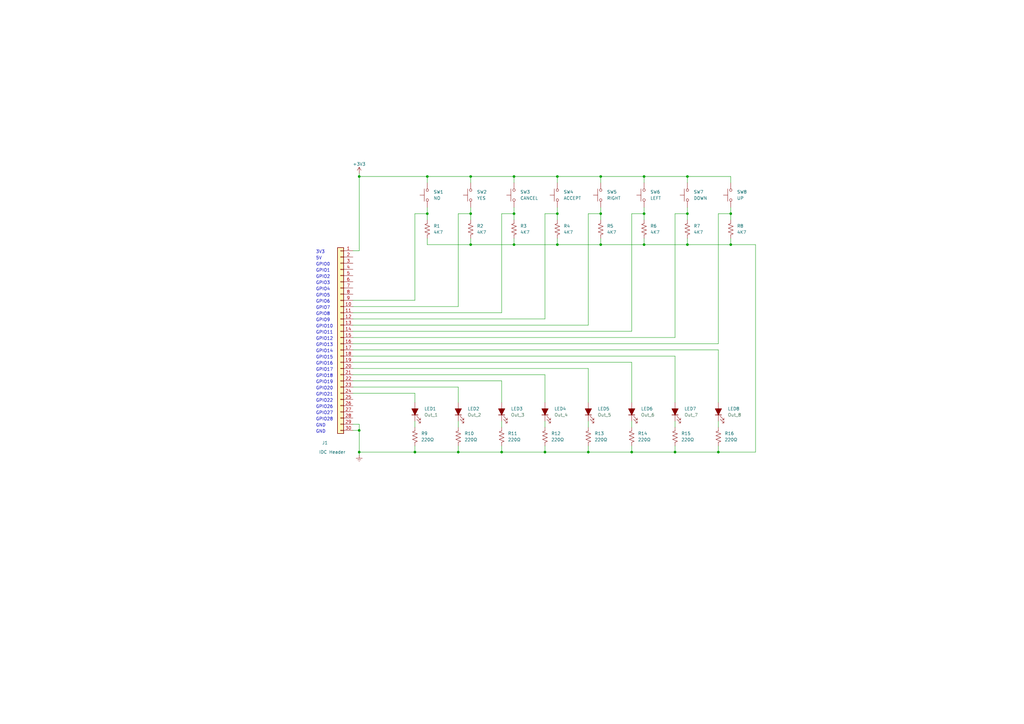
<source format=kicad_sch>
(kicad_sch (version 20230121) (generator eeschema)
  (paper "A3")
  (title_block (title "PicoXpander -Pico Simple Input/Output Board"))
  (lib_symbols
    (symbol "Connector_Generic:Conn_01x30" (pin_names (offset 1.016) hide)
      (property "Reference" "J" (at 0 38.1 0))
      (property "Value" "Conn_01x30" (at 0 -40.64 0))
      (symbol "Conn_01x30_1_1"
        (rectangle (start -1.27 -37.973) (end 0 -38.227) (stroke (width 0.1524)))
        (rectangle (start -1.27 -35.433) (end 0 -35.687) (stroke (width 0.1524)))
        (rectangle (start -1.27 -32.893) (end 0 -33.147) (stroke (width 0.1524)))
        (rectangle (start -1.27 -30.353) (end 0 -30.607) (stroke (width 0.1524)))
        (rectangle (start -1.27 -27.813) (end 0 -28.067) (stroke (width 0.1524)))
        (rectangle (start -1.27 -25.273) (end 0 -25.527) (stroke (width 0.1524)))
        (rectangle (start -1.27 -22.733) (end 0 -22.987) (stroke (width 0.1524)))
        (rectangle (start -1.27 -20.193) (end 0 -20.447) (stroke (width 0.1524)))
        (rectangle (start -1.27 -17.653) (end 0 -17.907) (stroke (width 0.1524)))
        (rectangle (start -1.27 -15.113) (end 0 -15.367) (stroke (width 0.1524)))
        (rectangle (start -1.27 -12.573) (end 0 -12.827) (stroke (width 0.1524)))
        (rectangle (start -1.27 -10.033) (end 0 -10.287) (stroke (width 0.1524)))
        (rectangle (start -1.27 -7.493) (end 0 -7.747) (stroke (width 0.1524)))
        (rectangle (start -1.27 -4.953) (end 0 -5.207) (stroke (width 0.1524)))
        (rectangle (start -1.27 -2.413) (end 0 -2.667) (stroke (width 0.1524)))
        (rectangle (start -1.27 0.127) (end 0 -0.127) (stroke (width 0.1524)))
        (rectangle (start -1.27 2.667) (end 0 2.413) (stroke (width 0.1524)))
        (rectangle (start -1.27 5.207) (end 0 4.953) (stroke (width 0.1524)))
        (rectangle (start -1.27 7.747) (end 0 7.493) (stroke (width 0.1524)))
        (rectangle (start -1.27 10.287) (end 0 10.033) (stroke (width 0.1524)))
        (rectangle (start -1.27 12.827) (end 0 12.573) (stroke (width 0.1524)))
        (rectangle (start -1.27 15.367) (end 0 15.113) (stroke (width 0.1524)))
        (rectangle (start -1.27 17.907) (end 0 17.653) (stroke (width 0.1524)))
        (rectangle (start -1.27 20.447) (end 0 20.193) (stroke (width 0.1524)))
        (rectangle (start -1.27 22.987) (end 0 22.733) (stroke (width 0.1524)))
        (rectangle (start -1.27 25.527) (end 0 25.273) (stroke (width 0.1524)))
        (rectangle (start -1.27 28.067) (end 0 27.813) (stroke (width 0.1524)))
        (rectangle (start -1.27 30.607) (end 0 30.353) (stroke (width 0.1524)))
        (rectangle (start -1.27 33.147) (end 0 32.893) (stroke (width 0.1524)))
        (rectangle (start -1.27 35.687) (end 0 35.433) (stroke (width 0.1524)))
        (rectangle (start -1.27 36.83) (end 1.27 -39.37) (stroke (width 0.254)) (fill (type background)))
        (pin passive line (at -5.08 35.56 0) (length 3.81) (name "Pin_1") (number "1"))
        (pin passive line (at -5.08 12.7 0) (length 3.81) (name "Pin_10") (number "10"))
        (pin passive line (at -5.08 10.16 0) (length 3.81) (name "Pin_11") (number "11"))
        (pin passive line (at -5.08 7.62 0) (length 3.81) (name "Pin_12") (number "12"))
        (pin passive line (at -5.08 5.08 0) (length 3.81) (name "Pin_13") (number "13"))
        (pin passive line (at -5.08 2.54 0) (length 3.81) (name "Pin_14") (number "14"))
        (pin passive line (at -5.08 0 0) (length 3.81) (name "Pin_15") (number "15"))
        (pin passive line (at -5.08 -2.54 0) (length 3.81) (name "Pin_16") (number "16"))
        (pin passive line (at -5.08 -5.08 0) (length 3.81) (name "Pin_17") (number "17"))
        (pin passive line (at -5.08 -7.62 0) (length 3.81) (name "Pin_18") (number "18"))
        (pin passive line (at -5.08 -10.16 0) (length 3.81) (name "Pin_19") (number "19"))
        (pin passive line (at -5.08 33.02 0) (length 3.81) (name "Pin_2") (number "2"))
        (pin passive line (at -5.08 -12.7 0) (length 3.81) (name "Pin_20") (number "20"))
        (pin passive line (at -5.08 -15.24 0) (length 3.81) (name "Pin_21") (number "21"))
        (pin passive line (at -5.08 -17.78 0) (length 3.81) (name "Pin_22") (number "22"))
        (pin passive line (at -5.08 -20.32 0) (length 3.81) (name "Pin_23") (number "23"))
        (pin passive line (at -5.08 -22.86 0) (length 3.81) (name "Pin_24") (number "24"))
        (pin passive line (at -5.08 -25.4 0) (length 3.81) (name "Pin_25") (number "25"))
        (pin passive line (at -5.08 -27.94 0) (length 3.81) (name "Pin_26") (number "26"))
        (pin passive line (at -5.08 -30.48 0) (length 3.81) (name "Pin_27") (number "27"))
        (pin passive line (at -5.08 -33.02 0) (length 3.81) (name "Pin_28") (number "28"))
        (pin passive line (at -5.08 -35.56 0) (length 3.81) (name "Pin_29") (number "29"))
        (pin passive line (at -5.08 30.48 0) (length 3.81) (name "Pin_3") (number "3"))
        (pin passive line (at -5.08 -38.1 0) (length 3.81) (name "Pin_30") (number "30"))
        (pin passive line (at -5.08 27.94 0) (length 3.81) (name "Pin_4") (number "4"))
        (pin passive line (at -5.08 25.4 0) (length 3.81) (name "Pin_5") (number "5"))
        (pin passive line (at -5.08 22.86 0) (length 3.81) (name "Pin_6") (number "6"))
        (pin passive line (at -5.08 20.32 0) (length 3.81) (name "Pin_7") (number "7"))
        (pin passive line (at -5.08 17.78 0) (length 3.81) (name "Pin_8") (number "8"))
        (pin passive line (at -5.08 15.24 0) (length 3.81) (name "Pin_9") (number "9"))
      )
    )
    (symbol "Device:LED_Filled" (pin_numbers hide) (pin_names (offset 1.016) hide)
      (property "Reference" "D" (at 0 2.54 0))
      (property "Value" "LED_Filled" (at 0 -2.54 0))
      (symbol "LED_Filled_0_1"
        (polyline (pts (xy -1.27 -1.27) (xy -1.27 1.27)) (stroke (width 0.254)))
        (polyline (pts (xy -1.27 0) (xy 1.27 0)))
        (polyline (pts (xy 1.27 -1.27) (xy 1.27 1.27) (xy -1.27 0) (xy 1.27 -1.27)) (stroke (width 0.254)) (fill (type outline)))
        (polyline (pts (xy -3.048 -0.762) (xy -4.572 -2.286) (xy -3.81 -2.286) (xy -4.572 -2.286) (xy -4.572 -1.524)))
        (polyline (pts (xy -1.778 -0.762) (xy -3.302 -2.286) (xy -2.54 -2.286) (xy -3.302 -2.286) (xy -3.302 -1.524)))
      )
      (symbol "LED_Filled_1_1"
        (pin passive line (at -3.81 0 0) (length 2.54) (name "K") (number "1"))
        (pin passive line (at 3.81 0 180) (length 2.54) (name "A") (number "2"))
      )
    )
    (symbol "Device:R_US" (pin_numbers hide) (pin_names (offset 0))
      (property "Reference" "R" (at 2.54 0 90))
      (property "Value" "R_US" (at -2.54 0 90))
      (symbol "R_US_0_1"
        (polyline (pts (xy 0 -2.286) (xy 0 -2.54)))
        (polyline (pts (xy 0 2.286) (xy 0 2.54)))
        (polyline (pts (xy 0 -0.762) (xy 1.016 -1.143) (xy 0 -1.524) (xy -1.016 -1.905) (xy 0 -2.286)))
        (polyline (pts (xy 0 0.762) (xy 1.016 0.381) (xy 0 0) (xy -1.016 -0.381) (xy 0 -0.762)))
        (polyline (pts (xy 0 2.286) (xy 1.016 1.905) (xy 0 1.524) (xy -1.016 1.143) (xy 0 0.762)))
      )
      (symbol "R_US_1_1"
        (pin passive line (at 0 3.81 270) (length 1.27) (name "~") (number "1"))
        (pin passive line (at 0 -3.81 90) (length 1.27) (name "~") (number "2"))
      )
    )
    (symbol "Switch:SW_Push" (pin_numbers hide) (pin_names (offset 1.016) hide)
      (property "Reference" "SW" (at 1.27 2.54 0))
      (property "Value" "SW_Push" (at 0 -1.524 0))
      (symbol "SW_Push_0_1"
        (circle (center -2.032 0) (radius 0.508))
        (polyline (pts (xy 0 1.27) (xy 0 3.048)))
        (polyline (pts (xy 2.54 1.27) (xy -2.54 1.27)))
        (circle (center 2.032 0) (radius 0.508))
        (pin passive line (at -5.08 0 0) (length 2.54) (name "1") (number "1"))
        (pin passive line (at 5.08 0 180) (length 2.54) (name "2") (number "2"))
      )
    )
    (symbol "power:+3V3" (power) (pin_names (offset 0))
      (property "Value" "+3V3" (at 0 3.556 0))
      (symbol "+3V3_0_1"
        (polyline (pts (xy -0.762 1.27) (xy 0 2.54)))
        (polyline (pts (xy 0 0) (xy 0 2.54)))
        (polyline (pts (xy 0 2.54) (xy 0.762 1.27)))
      )
      (symbol "+3V3_1_1"
        (pin power_in line (at 0 0 90) (length 0) hide (name "+3V3") (number "1"))
      )
    )
    (symbol "power:GNDREF" (power) (pin_names (offset 0))
      (property "Value" "GNDREF" (at 0 -3.81 0))
      (symbol "GNDREF_0_1"
        (polyline (pts (xy -0.635 -1.905) (xy 0.635 -1.905)))
        (polyline (pts (xy -0.127 -2.54) (xy 0.127 -2.54)))
        (polyline (pts (xy 0 -1.27) (xy 0 0)))
        (polyline (pts (xy 1.27 -1.27) (xy -1.27 -1.27)))
      )
      (symbol "GNDREF_1_1"
        (pin power_in line (at 0 0 270) (length 0) hide (name "GNDREF") (number "1"))
      )
    )
  )
  (junction (at 210.82 87.63))
  (junction (at 259.08 185.42))
  (junction (at 147.32 176.53))
  (junction (at 228.6 100.33))
  (junction (at 241.3 185.42))
  (junction (at 264.16 87.63))
  (junction (at 294.64 185.42))
  (junction (at 264.16 72.39))
  (junction (at 246.38 100.33))
  (junction (at 205.74 185.42))
  (junction (at 281.94 87.63))
  (junction (at 246.38 72.39))
  (junction (at 147.32 185.42))
  (junction (at 210.82 100.33))
  (junction (at 175.26 87.63))
  (junction (at 228.6 87.63))
  (junction (at 187.96 185.42))
  (junction (at 299.72 100.33))
  (junction (at 193.04 100.33))
  (junction (at 276.86 185.42))
  (junction (at 264.16 100.33))
  (junction (at 210.82 72.39))
  (junction (at 281.94 72.39))
  (junction (at 223.52 185.42))
  (junction (at 193.04 87.63))
  (junction (at 228.6 72.39))
  (junction (at 193.04 72.39))
  (junction (at 299.72 87.63))
  (junction (at 281.94 100.33))
  (junction (at 147.32 72.39))
  (junction (at 175.26 72.39))
  (junction (at 170.18 185.42))
  (junction (at 246.38 87.63))
  (wire (pts (xy 205.74 182.88) (xy 205.74 185.42)))
  (wire (pts (xy 228.6 100.33) (xy 246.38 100.33)))
  (wire (pts (xy 144.78 102.87) (xy 147.32 102.87)))
  (wire (pts (xy 144.78 151.13) (xy 241.3 151.13)))
  (wire (pts (xy 170.18 185.42) (xy 170.18 182.88)))
  (wire (pts (xy 210.82 97.79) (xy 210.82 100.33)))
  (wire (pts (xy 241.3 87.63) (xy 241.3 133.35)))
  (wire (pts (xy 193.04 72.39) (xy 210.82 72.39)))
  (wire (pts (xy 309.88 100.33) (xy 299.72 100.33)))
  (wire (pts (xy 281.94 72.39) (xy 281.94 74.93)))
  (wire (pts (xy 264.16 85.09) (xy 264.16 87.63)))
  (wire (pts (xy 299.72 87.63) (xy 299.72 90.17)))
  (wire (pts (xy 264.16 100.33) (xy 281.94 100.33)))
  (wire (pts (xy 246.38 97.79) (xy 246.38 100.33)))
  (wire (pts (xy 205.74 185.42) (xy 187.96 185.42)))
  (wire (pts (xy 259.08 182.88) (xy 259.08 185.42)))
  (wire (pts (xy 187.96 185.42) (xy 170.18 185.42)))
  (wire (pts (xy 147.32 185.42) (xy 170.18 185.42)))
  (wire (pts (xy 223.52 87.63) (xy 223.52 130.81)))
  (wire (pts (xy 170.18 172.72) (xy 170.18 175.26)))
  (wire (pts (xy 210.82 72.39) (xy 228.6 72.39)))
  (wire (pts (xy 299.72 72.39) (xy 299.72 74.93)))
  (wire (pts (xy 276.86 146.05) (xy 276.86 165.1)))
  (wire (pts (xy 205.74 185.42) (xy 223.52 185.42)))
  (wire (pts (xy 223.52 153.67) (xy 223.52 165.1)))
  (wire (pts (xy 281.94 100.33) (xy 299.72 100.33)))
  (wire (pts (xy 259.08 172.72) (xy 259.08 175.26)))
  (wire (pts (xy 205.74 87.63) (xy 210.82 87.63)))
  (wire (pts (xy 246.38 72.39) (xy 246.38 74.93)))
  (wire (pts (xy 147.32 72.39) (xy 147.32 102.87)))
  (wire (pts (xy 246.38 87.63) (xy 246.38 90.17)))
  (wire (pts (xy 175.26 72.39) (xy 193.04 72.39)))
  (wire (pts (xy 281.94 97.79) (xy 281.94 100.33)))
  (wire (pts (xy 170.18 87.63) (xy 175.26 87.63)))
  (wire (pts (xy 144.78 161.29) (xy 170.18 161.29)))
  (wire (pts (xy 144.78 128.27) (xy 205.74 128.27)))
  (wire (pts (xy 246.38 100.33) (xy 264.16 100.33)))
  (wire (pts (xy 187.96 87.63) (xy 187.96 125.73)))
  (wire (pts (xy 264.16 72.39) (xy 264.16 74.93)))
  (wire (pts (xy 259.08 185.42) (xy 276.86 185.42)))
  (wire (pts (xy 170.18 161.29) (xy 170.18 165.1)))
  (wire (pts (xy 193.04 100.33) (xy 175.26 100.33)))
  (wire (pts (xy 294.64 87.63) (xy 299.72 87.63)))
  (wire (pts (xy 187.96 182.88) (xy 187.96 185.42)))
  (wire (pts (xy 144.78 130.81) (xy 223.52 130.81)))
  (wire (pts (xy 223.52 87.63) (xy 228.6 87.63)))
  (wire (pts (xy 223.52 182.88) (xy 223.52 185.42)))
  (wire (pts (xy 276.86 172.72) (xy 276.86 175.26)))
  (wire (pts (xy 147.32 185.42) (xy 147.32 186.69)))
  (wire (pts (xy 144.78 153.67) (xy 223.52 153.67)))
  (wire (pts (xy 205.74 156.21) (xy 205.74 165.1)))
  (wire (pts (xy 144.78 123.19) (xy 170.18 123.19)))
  (wire (pts (xy 144.78 146.05) (xy 276.86 146.05)))
  (wire (pts (xy 144.78 133.35) (xy 241.3 133.35)))
  (wire (pts (xy 294.64 143.51) (xy 294.64 165.1)))
  (wire (pts (xy 144.78 148.59) (xy 259.08 148.59)))
  (wire (pts (xy 147.32 176.53) (xy 147.32 185.42)))
  (wire (pts (xy 264.16 72.39) (xy 281.94 72.39)))
  (wire (pts (xy 228.6 85.09) (xy 228.6 87.63)))
  (wire (pts (xy 228.6 87.63) (xy 228.6 90.17)))
  (wire (pts (xy 223.52 185.42) (xy 241.3 185.42)))
  (wire (pts (xy 144.78 125.73) (xy 187.96 125.73)))
  (wire (pts (xy 299.72 85.09) (xy 299.72 87.63)))
  (wire (pts (xy 276.86 87.63) (xy 281.94 87.63)))
  (wire (pts (xy 144.78 158.75) (xy 187.96 158.75)))
  (wire (pts (xy 241.3 151.13) (xy 241.3 165.1)))
  (wire (pts (xy 241.3 87.63) (xy 246.38 87.63)))
  (wire (pts (xy 147.32 173.99) (xy 147.32 176.53)))
  (wire (pts (xy 276.86 87.63) (xy 276.86 138.43)))
  (wire (pts (xy 205.74 87.63) (xy 205.74 128.27)))
  (wire (pts (xy 246.38 72.39) (xy 264.16 72.39)))
  (wire (pts (xy 175.26 85.09) (xy 175.26 87.63)))
  (wire (pts (xy 187.96 87.63) (xy 193.04 87.63)))
  (wire (pts (xy 241.3 172.72) (xy 241.3 175.26)))
  (wire (pts (xy 210.82 100.33) (xy 228.6 100.33)))
  (wire (pts (xy 210.82 85.09) (xy 210.82 87.63)))
  (wire (pts (xy 264.16 87.63) (xy 264.16 90.17)))
  (wire (pts (xy 228.6 97.79) (xy 228.6 100.33)))
  (wire (pts (xy 294.64 185.42) (xy 309.88 185.42)))
  (wire (pts (xy 193.04 97.79) (xy 193.04 100.33)))
  (wire (pts (xy 294.64 87.63) (xy 294.64 140.97)))
  (wire (pts (xy 193.04 87.63) (xy 193.04 90.17)))
  (wire (pts (xy 144.78 156.21) (xy 205.74 156.21)))
  (wire (pts (xy 175.26 100.33) (xy 175.26 97.79)))
  (wire (pts (xy 264.16 97.79) (xy 264.16 100.33)))
  (wire (pts (xy 193.04 100.33) (xy 210.82 100.33)))
  (wire (pts (xy 276.86 185.42) (xy 294.64 185.42)))
  (wire (pts (xy 193.04 85.09) (xy 193.04 87.63)))
  (wire (pts (xy 294.64 172.72) (xy 294.64 175.26)))
  (wire (pts (xy 281.94 85.09) (xy 281.94 87.63)))
  (wire (pts (xy 228.6 72.39) (xy 246.38 72.39)))
  (wire (pts (xy 259.08 87.63) (xy 264.16 87.63)))
  (wire (pts (xy 299.72 97.79) (xy 299.72 100.33)))
  (wire (pts (xy 187.96 158.75) (xy 187.96 165.1)))
  (wire (pts (xy 147.32 71.12) (xy 147.32 72.39)))
  (wire (pts (xy 210.82 72.39) (xy 210.82 74.93)))
  (wire (pts (xy 144.78 176.53) (xy 147.32 176.53)))
  (wire (pts (xy 309.88 185.42) (xy 309.88 100.33)))
  (wire (pts (xy 205.74 172.72) (xy 205.74 175.26)))
  (wire (pts (xy 241.3 185.42) (xy 259.08 185.42)))
  (wire (pts (xy 246.38 85.09) (xy 246.38 87.63)))
  (wire (pts (xy 187.96 172.72) (xy 187.96 175.26)))
  (wire (pts (xy 294.64 182.88) (xy 294.64 185.42)))
  (wire (pts (xy 193.04 74.93) (xy 193.04 72.39)))
  (wire (pts (xy 259.08 148.59) (xy 259.08 165.1)))
  (wire (pts (xy 281.94 72.39) (xy 299.72 72.39)))
  (wire (pts (xy 210.82 87.63) (xy 210.82 90.17)))
  (wire (pts (xy 144.78 138.43) (xy 276.86 138.43)))
  (wire (pts (xy 281.94 87.63) (xy 281.94 90.17)))
  (wire (pts (xy 223.52 172.72) (xy 223.52 175.26)))
  (wire (pts (xy 170.18 87.63) (xy 170.18 123.19)))
  (wire (pts (xy 228.6 72.39) (xy 228.6 74.93)))
  (wire (pts (xy 241.3 182.88) (xy 241.3 185.42)))
  (wire (pts (xy 144.78 173.99) (xy 147.32 173.99)))
  (wire (pts (xy 147.32 72.39) (xy 175.26 72.39)))
  (wire (pts (xy 144.78 143.51) (xy 294.64 143.51)))
  (wire (pts (xy 144.78 135.89) (xy 259.08 135.89)))
  (wire (pts (xy 276.86 182.88) (xy 276.86 185.42)))
  (wire (pts (xy 144.78 140.97) (xy 294.64 140.97)))
  (wire (pts (xy 175.26 72.39) (xy 175.26 74.93)))
  (wire (pts (xy 175.26 87.63) (xy 175.26 90.17)))
  (wire (pts (xy 259.08 87.63) (xy 259.08 135.89)))
  (text "GPIO13" (at 129.54 142.24 0) (effects (font (size 1.27 1.27)) (justify left bottom)))
  (text "GPIO19" (at 129.54 157.48 0) (effects (font (size 1.27 1.27)) (justify left bottom)))
  (text "GPIO0" (at 129.54 109.22 0) (effects (font (size 1.27 1.27)) (justify left bottom)))
  (text "GPIO3" (at 129.54 116.84 0) (effects (font (size 1.27 1.27)) (justify left bottom)))
  (text "GPIO17" (at 129.54 152.4 0) (effects (font (size 1.27 1.27)) (justify left bottom)))
  (text "GPIO20" (at 129.54 160.02 0) (effects (font (size 1.27 1.27)) (justify left bottom)))
  (text "GPIO21" (at 129.54 162.56 0) (effects (font (size 1.27 1.27)) (justify left bottom)))
  (text "GPIO2" (at 129.54 114.3 0) (effects (font (size 1.27 1.27)) (justify left bottom)))
  (text "3V3" (at 129.54 104.14 0) (effects (font (size 1.27 1.27)) (justify left bottom)))
  (text "GPIO15" (at 129.54 147.32 0) (effects (font (size 1.27 1.27)) (justify left bottom)))
  (text "GPIO14" (at 129.54 144.78 0) (effects (font (size 1.27 1.27)) (justify left bottom)))
  (text "GPIO8" (at 129.54 129.54 0) (effects (font (size 1.27 1.27)) (justify left bottom)))
  (text "GPIO12" (at 129.54 139.7 0) (effects (font (size 1.27 1.27)) (justify left bottom)))
  (text "GPIO16" (at 129.54 149.86 0) (effects (font (size 1.27 1.27)) (justify left bottom)))
  (text "GPIO6" (at 129.54 124.46 0) (effects (font (size 1.27 1.27)) (justify left bottom)))
  (text "GPIO7" (at 129.54 127 0) (effects (font (size 1.27 1.27)) (justify left bottom)))
  (text "GPIO27" (at 129.54 170.18 0) (effects (font (size 1.27 1.27)) (justify left bottom)))
  (text "GND" (at 129.54 177.8 0) (effects (font (size 1.27 1.27)) (justify left bottom)))
  (text "GPIO18" (at 129.54 154.94 0) (effects (font (size 1.27 1.27)) (justify left bottom)))
  (text "5V" (at 129.54 106.68 0) (effects (font (size 1.27 1.27)) (justify left bottom)))
  (text "GPIO10" (at 129.54 134.62 0) (effects (font (size 1.27 1.27)) (justify left bottom)))
  (text "GPIO22" (at 129.54 165.1 0) (effects (font (size 1.27 1.27)) (justify left bottom)))
  (text "GPIO9" (at 129.54 132.08 0) (effects (font (size 1.27 1.27)) (justify left bottom)))
  (text "GPIO11" (at 129.54 137.16 0) (effects (font (size 1.27 1.27)) (justify left bottom)))
  (text "GPIO1" (at 129.54 111.76 0) (effects (font (size 1.27 1.27)) (justify left bottom)))
  (text "GPIO4" (at 129.54 119.38 0) (effects (font (size 1.27 1.27)) (justify left bottom)))
  (text "GND" (at 129.54 175.26 0) (effects (font (size 1.27 1.27)) (justify left bottom)))
  (text "GPIO28" (at 129.54 172.72 0) (effects (font (size 1.27 1.27)) (justify left bottom)))
  (text "GPIO26" (at 129.54 167.64 0) (effects (font (size 1.27 1.27)) (justify left bottom)))
  (text "GPIO5" (at 129.54 121.92 0) (effects (font (size 1.27 1.27)) (justify left bottom)))
  (symbol (lib_id "Device:R_US") (at 210.82 93.98 0) (mirror x) (unit 1)
    (property "Reference" "R3" (at 213.36 92.71 0) (effects (justify left)))
    (property "Value" "4K7" (at 213.36 95.25 0) (effects (justify left)))
    (property "Footprint" "Resistor_SMD:R_0805_2012Metric" (effects hide))
  )
  (symbol (lib_id "Device:R_US") (at 294.64 179.07 0) (mirror x) (unit 1)
    (property "Reference" "R16" (at 297.18 177.8 0) (effects (justify left)))
    (property "Value" "220Ω" (at 297.18 180.34 0) (effects (justify left)))
    (property "Footprint" "Resistor_SMD:R_0805_2012Metric" (effects hide))
  )
  (symbol (lib_id "Device:LED_Filled") (at 170.18 168.91 90) (unit 1)
    (property "Reference" "LED1" (at 173.99 167.64 90) (effects (justify right)))
    (property "Value" "Red" (effects hide))
    (property "Footprint" "LED_SMD:LED_0805_2012Metric" (effects hide))
    (property "Desc" "Out_1" (at 173.99 170.18 90) (effects (justify right)))
  )
  (symbol (lib_id "Device:R_US") (at 193.04 93.98 0) (mirror x) (unit 1)
    (property "Reference" "R2" (at 195.58 92.71 0) (effects (justify left)))
    (property "Value" "4K7" (at 195.58 95.25 0) (effects (justify left)))
    (property "Footprint" "Resistor_SMD:R_0805_2012Metric" (effects hide))
  )
  (symbol (lib_id "power:+3V3") (at 147.32 71.12 0) (unit 1)
    (property "Reference" "#PWR019" (effects hide))
    (property "Value" "+3V3" (at 147.32 67.31 0))
  )
  (symbol (lib_id "Device:R_US") (at 170.18 179.07 0) (mirror x) (unit 1)
    (property "Reference" "R9" (at 172.72 177.8 0) (effects (justify left)))
    (property "Value" "220Ω" (at 172.72 180.34 0) (effects (justify left)))
    (property "Footprint" "Resistor_SMD:R_0805_2012Metric" (effects hide))
  )
  (symbol (lib_id "Device:LED_Filled") (at 241.3 168.91 90) (unit 1)
    (property "Reference" "LED5" (at 245.11 167.64 90) (effects (justify right)))
    (property "Value" "Red" (effects hide))
    (property "Footprint" "LED_SMD:LED_0805_2012Metric" (effects hide))
    (property "Desc" "Out_5" (at 245.11 170.18 90) (effects (justify right)))
  )
  (symbol (lib_id "Device:R_US") (at 246.38 93.98 0) (mirror x) (unit 1)
    (property "Reference" "R5" (at 248.92 92.71 0) (effects (justify left)))
    (property "Value" "4K7" (at 248.92 95.25 0) (effects (justify left)))
    (property "Footprint" "Resistor_SMD:R_0805_2012Metric" (effects hide))
  )
  (symbol (lib_id "Switch:SW_Push") (at 246.38 80.01 90) (unit 1)
    (property "Reference" "SW5" (at 248.92 78.74 90) (effects (justify right)))
    (property "Value" "RIGHT" (at 248.92 81.28 90) (effects (justify right)))
    (property "Footprint" "Button_Switch_SMD:SW_Push_1P1T_NO_6x6mm_H9.5mm" (effects hide))
  )
  (symbol (lib_id "Switch:SW_Push") (at 175.26 80.01 90) (unit 1)
    (property "Reference" "SW1" (at 177.8 78.74 90) (effects (justify right)))
    (property "Value" "NO" (at 177.8 81.28 90) (effects (justify right)))
    (property "Footprint" "Button_Switch_SMD:SW_Push_1P1T_NO_6x6mm_H9.5mm" (effects hide))
  )
  (symbol (lib_id "Switch:SW_Push") (at 228.6 80.01 90) (unit 1)
    (property "Reference" "SW4" (at 231.14 78.74 90) (effects (justify right)))
    (property "Value" "ACCEPT" (at 231.14 81.28 90) (effects (justify right)))
    (property "Footprint" "Button_Switch_SMD:SW_Push_1P1T_NO_6x6mm_H9.5mm" (effects hide))
  )
  (symbol (lib_id "Device:LED_Filled") (at 187.96 168.91 90) (unit 1)
    (property "Reference" "LED2" (at 191.77 167.64 90) (effects (justify right)))
    (property "Value" "Red" (effects hide))
    (property "Footprint" "LED_SMD:LED_0805_2012Metric" (effects hide))
    (property "Desc" "Out_2" (at 191.77 170.18 90) (effects (justify right)))
  )
  (symbol (lib_id "Device:LED_Filled") (at 205.74 168.91 90) (unit 1)
    (property "Reference" "LED3" (at 209.55 167.64 90) (effects (justify right)))
    (property "Value" "Red" (effects hide))
    (property "Footprint" "LED_SMD:LED_0805_2012Metric" (effects hide))
    (property "Desc" "Out_3" (at 209.55 170.18 90) (effects (justify right)))
  )
  (symbol (lib_id "Switch:SW_Push") (at 210.82 80.01 90) (unit 1)
    (property "Reference" "SW3" (at 213.36 78.74 90) (effects (justify right)))
    (property "Value" "CANCEL" (at 213.36 81.28 90) (effects (justify right)))
    (property "Footprint" "Button_Switch_SMD:SW_Push_1P1T_NO_6x6mm_H9.5mm" (effects hide))
  )
  (symbol (lib_id "Switch:SW_Push") (at 299.72 80.01 90) (unit 1)
    (property "Reference" "SW8" (at 302.26 78.74 90) (effects (justify right)))
    (property "Value" "UP" (at 302.26 81.28 90) (effects (justify right)))
    (property "Footprint" "Button_Switch_SMD:SW_Push_1P1T_NO_6x6mm_H9.5mm" (effects hide))
  )
  (symbol (lib_id "Device:R_US") (at 276.86 179.07 0) (mirror x) (unit 1)
    (property "Reference" "R15" (at 279.4 177.8 0) (effects (justify left)))
    (property "Value" "220Ω" (at 279.4 180.34 0) (effects (justify left)))
    (property "Footprint" "Resistor_SMD:R_0805_2012Metric" (effects hide))
  )
  (symbol (lib_id "Switch:SW_Push") (at 193.04 80.01 90) (unit 1)
    (property "Reference" "SW2" (at 195.58 78.74 90) (effects (justify right)))
    (property "Value" "YES" (at 195.58 81.28 90) (effects (justify right)))
    (property "Footprint" "Button_Switch_SMD:SW_Push_1P1T_NO_6x6mm_H9.5mm" (effects hide))
  )
  (symbol (lib_id "power:GNDREF") (at 147.32 186.69 0) (unit 1)
    (property "Reference" "#PWR027" (effects hide))
    (property "Value" "GNDREF" (effects hide))
  )
  (symbol (lib_id "Switch:SW_Push") (at 264.16 80.01 90) (unit 1)
    (property "Reference" "SW6" (at 266.7 78.74 90) (effects (justify right)))
    (property "Value" "LEFT" (at 266.7 81.28 90) (effects (justify right)))
    (property "Footprint" "Button_Switch_SMD:SW_Push_1P1T_NO_6x6mm_H9.5mm" (effects hide))
  )
  (symbol (lib_id "Connector_Generic:Conn_01x30") (at 139.7 138.43 0) (mirror y) (unit 1)
    (property "Reference" "J1" (at 132.08 181.61 0) (effects (justify right)))
    (property "Value" "IDC Header" (at 130.81 185.42 0) (effects (justify right)))
    (property "Footprint" "Connector_IDC:IDC-Header_2x15_P2.54mm_Horizontal" (effects hide))
  )
  (symbol (lib_id "Device:R_US") (at 187.96 179.07 0) (mirror x) (unit 1)
    (property "Reference" "R10" (at 190.5 177.8 0) (effects (justify left)))
    (property "Value" "220Ω" (at 190.5 180.34 0) (effects (justify left)))
    (property "Footprint" "Resistor_SMD:R_0805_2012Metric" (effects hide))
  )
  (symbol (lib_id "Device:R_US") (at 205.74 179.07 0) (mirror x) (unit 1)
    (property "Reference" "R11" (at 208.28 177.8 0) (effects (justify left)))
    (property "Value" "220Ω" (at 208.28 180.34 0) (effects (justify left)))
    (property "Footprint" "Resistor_SMD:R_0805_2012Metric" (effects hide))
  )
  (symbol (lib_id "Device:LED_Filled") (at 259.08 168.91 90) (unit 1)
    (property "Reference" "LED6" (at 262.89 167.64 90) (effects (justify right)))
    (property "Value" "Red" (effects hide))
    (property "Footprint" "LED_SMD:LED_0805_2012Metric" (effects hide))
    (property "Desc" "Out_6" (at 262.89 170.18 90) (effects (justify right)))
  )
  (symbol (lib_id "Device:LED_Filled") (at 276.86 168.91 90) (unit 1)
    (property "Reference" "LED7" (at 280.67 167.64 90) (effects (justify right)))
    (property "Value" "Red" (effects hide))
    (property "Footprint" "LED_SMD:LED_0805_2012Metric" (effects hide))
    (property "Desc" "Out_7" (at 280.67 170.18 90) (effects (justify right)))
  )
  (symbol (lib_id "Device:R_US") (at 241.3 179.07 0) (mirror x) (unit 1)
    (property "Reference" "R13" (at 243.84 177.8 0) (effects (justify left)))
    (property "Value" "220Ω" (at 243.84 180.34 0) (effects (justify left)))
    (property "Footprint" "Resistor_SMD:R_0805_2012Metric" (effects hide))
  )
  (symbol (lib_id "Device:R_US") (at 259.08 179.07 0) (mirror x) (unit 1)
    (property "Reference" "R14" (at 261.62 177.8 0) (effects (justify left)))
    (property "Value" "220Ω" (at 261.62 180.34 0) (effects (justify left)))
    (property "Footprint" "Resistor_SMD:R_0805_2012Metric" (effects hide))
  )
  (symbol (lib_id "Device:R_US") (at 264.16 93.98 0) (mirror x) (unit 1)
    (property "Reference" "R6" (at 266.7 92.71 0) (effects (justify left)))
    (property "Value" "4K7" (at 266.7 95.25 0) (effects (justify left)))
    (property "Footprint" "Resistor_SMD:R_0805_2012Metric" (effects hide))
  )
  (symbol (lib_id "Device:R_US") (at 299.72 93.98 0) (mirror x) (unit 1)
    (property "Reference" "R8" (at 302.26 92.71 0) (effects (justify left)))
    (property "Value" "4K7" (at 302.26 95.25 0) (effects (justify left)))
    (property "Footprint" "Resistor_SMD:R_0805_2012Metric" (effects hide))
  )
  (symbol (lib_id "Switch:SW_Push") (at 281.94 80.01 90) (unit 1)
    (property "Reference" "SW7" (at 284.48 78.74 90) (effects (justify right)))
    (property "Value" "DOWN" (at 284.48 81.28 90) (effects (justify right)))
    (property "Footprint" "Button_Switch_SMD:SW_Push_1P1T_NO_6x6mm_H9.5mm" (effects hide))
  )
  (symbol (lib_id "Device:LED_Filled") (at 223.52 168.91 90) (unit 1)
    (property "Reference" "LED4" (at 227.33 167.64 90) (effects (justify right)))
    (property "Value" "Red" (effects hide))
    (property "Footprint" "LED_SMD:LED_0805_2012Metric" (effects hide))
    (property "Desc" "Out_4" (at 227.33 170.18 90) (effects (justify right)))
  )
  (symbol (lib_id "Device:LED_Filled") (at 294.64 168.91 90) (unit 1)
    (property "Reference" "LED8" (at 298.45 167.64 90) (effects (justify right)))
    (property "Value" "Red" (effects hide))
    (property "Footprint" "LED_SMD:LED_0805_2012Metric" (effects hide))
    (property "Desc" "Out_8" (at 298.45 170.18 90) (effects (justify right)))
  )
  (symbol (lib_id "Device:R_US") (at 175.26 93.98 0) (mirror x) (unit 1)
    (property "Reference" "R1" (at 177.8 92.71 0) (effects (justify left)))
    (property "Value" "4K7" (at 177.8 95.25 0) (effects (justify left)))
    (property "Footprint" "Resistor_SMD:R_0805_2012Metric" (effects hide))
  )
  (symbol (lib_id "Device:R_US") (at 281.94 93.98 0) (mirror x) (unit 1)
    (property "Reference" "R7" (at 284.48 92.71 0) (effects (justify left)))
    (property "Value" "4K7" (at 284.48 95.25 0) (effects (justify left)))
    (property "Footprint" "Resistor_SMD:R_0805_2012Metric" (effects hide))
  )
  (symbol (lib_id "Device:R_US") (at 223.52 179.07 0) (mirror x) (unit 1)
    (property "Reference" "R12" (at 226.06 177.8 0) (effects (justify left)))
    (property "Value" "220Ω" (at 226.06 180.34 0) (effects (justify left)))
    (property "Footprint" "Resistor_SMD:R_0805_2012Metric" (effects hide))
  )
  (symbol (lib_id "Device:R_US") (at 228.6 93.98 0) (mirror x) (unit 1)
    (property "Reference" "R4" (at 231.14 92.71 0) (effects (justify left)))
    (property "Value" "4K7" (at 231.14 95.25 0) (effects (justify left)))
    (property "Footprint" "Resistor_SMD:R_0805_2012Metric" (effects hide))
  )
)
</source>
